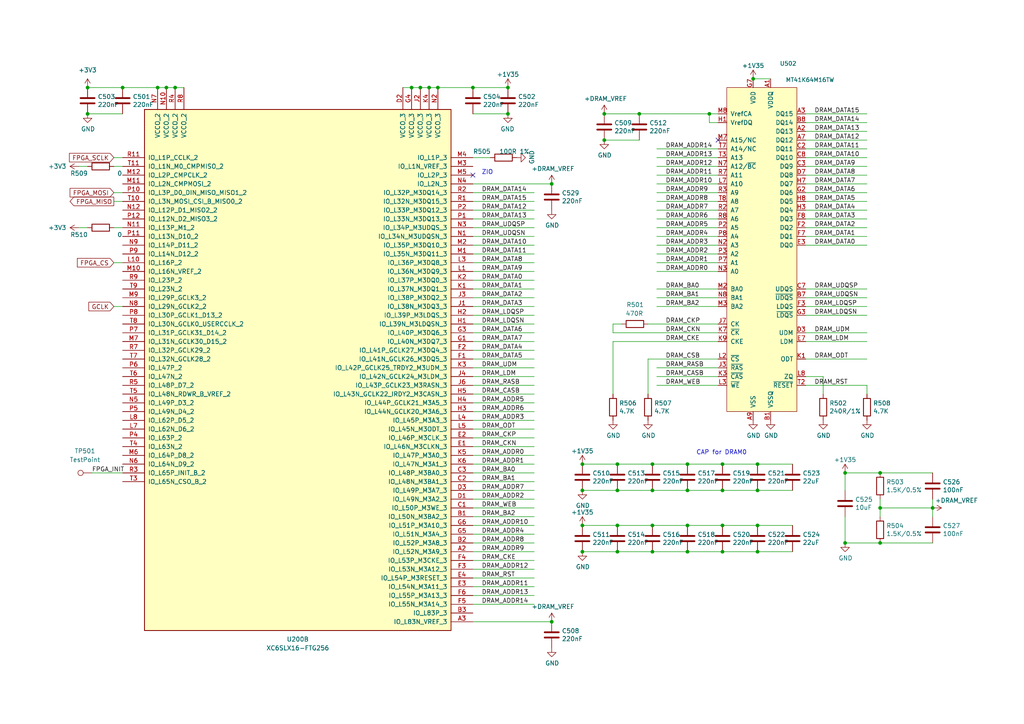
<source format=kicad_sch>
(kicad_sch (version 20211123) (generator eeschema)
  (paper "A4")
  (title_block (title "Caster EPDC") (date "2022-07-03") (rev "R0.4") (company "Copyright 2022 Modos / Engineer: Wenting Zhang"))
  (junction (at 119.38 25.4))
  (junction (at 270.51 147.32) (diameter 0.9144))
  (junction (at 179.07 142.24) (diameter 0.9144))
  (junction (at 175.26 40.64) (diameter 0.9144))
  (junction (at 189.23 134.62) (diameter 0.9144))
  (junction (at 209.55 160.02) (diameter 0.9144))
  (junction (at 218.44 22.86) (diameter 0.9144))
  (junction (at 209.55 142.24) (diameter 0.9144))
  (junction (at 199.39 142.24) (diameter 0.9144))
  (junction (at 168.91 142.24) (diameter 0.9144))
  (junction (at 35.56 25.4))
  (junction (at 50.8 25.4))
  (junction (at 199.39 160.02) (diameter 0.9144))
  (junction (at 209.55 134.62) (diameter 0.9144))
  (junction (at 255.27 157.48) (diameter 0.9144))
  (junction (at 127 25.4))
  (junction (at 168.91 160.02) (diameter 0.9144))
  (junction (at 168.91 134.62) (diameter 0.9144))
  (junction (at 45.72 25.4))
  (junction (at 219.71 134.62) (diameter 0.9144))
  (junction (at 48.26 25.4))
  (junction (at 175.26 33.02) (diameter 0.9144))
  (junction (at 255.27 137.16) (diameter 0.9144))
  (junction (at 189.23 160.02) (diameter 0.9144))
  (junction (at 245.11 137.16) (diameter 0.9144))
  (junction (at 25.4 25.4))
  (junction (at 137.16 25.4))
  (junction (at 199.39 134.62) (diameter 0.9144))
  (junction (at 219.71 142.24) (diameter 0.9144))
  (junction (at 219.71 152.4) (diameter 0.9144))
  (junction (at 147.32 33.02))
  (junction (at 147.32 25.4))
  (junction (at 25.4 33.02))
  (junction (at 160.02 53.34))
  (junction (at 179.07 160.02) (diameter 0.9144))
  (junction (at 179.07 134.62) (diameter 0.9144))
  (junction (at 189.23 142.24) (diameter 0.9144))
  (junction (at 124.46 25.4))
  (junction (at 245.11 157.48) (diameter 0.9144))
  (junction (at 179.07 152.4) (diameter 0.9144))
  (junction (at 205.74 33.02))
  (junction (at 168.91 152.4) (diameter 0.9144))
  (junction (at 121.92 25.4))
  (junction (at 219.71 160.02) (diameter 0.9144))
  (junction (at 160.02 180.34))
  (junction (at 185.42 33.02) (diameter 0.9144))
  (junction (at 189.23 152.4) (diameter 0.9144))
  (junction (at 209.55 152.4) (diameter 0.9144))
  (junction (at 255.27 147.32) (diameter 0.9144))
  (junction (at 199.39 152.4) (diameter 0.9144))
  (no_connect (at 208.28 40.64))
  (no_connect (at 137.16 50.8))
  (wire (pts (xy 219.71 134.62) (xy 209.55 134.62)))
  (wire (pts (xy 154.94 160.02) (xy 137.16 160.02)))
  (wire (pts (xy 154.94 73.66) (xy 137.16 73.66)))
  (wire (pts (xy 137.16 71.12) (xy 154.94 71.12)))
  (wire (pts (xy 137.16 180.34) (xy 160.02 180.34)))
  (wire (pts (xy 245.11 137.16) (xy 245.11 142.24)))
  (wire (pts (xy 251.46 88.9) (xy 233.68 88.9)))
  (wire (pts (xy 177.8 99.06) (xy 208.28 99.06)))
  (wire (pts (xy 251.46 33.02) (xy 233.68 33.02)))
  (wire (pts (xy 179.07 152.4) (xy 168.91 152.4)))
  (wire (pts (xy 154.94 132.08) (xy 137.16 132.08)))
  (wire (pts (xy 270.51 147.32) (xy 270.51 149.86)))
  (wire (pts (xy 270.51 157.48) (xy 255.27 157.48)))
  (wire (pts (xy 233.68 35.56) (xy 251.46 35.56)))
  (wire (pts (xy 137.16 152.4) (xy 154.94 152.4)))
  (wire (pts (xy 154.94 101.6) (xy 137.16 101.6)))
  (wire (pts (xy 233.68 111.76) (xy 251.46 111.76)))
  (wire (pts (xy 251.46 60.96) (xy 233.68 60.96)))
  (wire (pts (xy 190.5 109.22) (xy 208.28 109.22)))
  (wire (pts (xy 190.5 88.9) (xy 208.28 88.9)))
  (wire (pts (xy 190.5 58.42) (xy 208.28 58.42)))
  (wire (pts (xy 233.68 99.06) (xy 251.46 99.06)))
  (wire (pts (xy 208.28 71.12) (xy 190.5 71.12)))
  (wire (pts (xy 137.16 55.88) (xy 154.94 55.88)))
  (wire (pts (xy 33.02 66.04) (xy 35.56 66.04)))
  (wire (pts (xy 229.87 142.24) (xy 219.71 142.24)))
  (wire (pts (xy 154.94 116.84) (xy 137.16 116.84)))
  (wire (pts (xy 190.5 76.2) (xy 208.28 76.2)))
  (wire (pts (xy 190.5 45.72) (xy 208.28 45.72)))
  (wire (pts (xy 137.16 124.46) (xy 154.94 124.46)))
  (wire (pts (xy 209.55 152.4) (xy 199.39 152.4)))
  (wire (pts (xy 208.28 55.88) (xy 190.5 55.88)))
  (wire (pts (xy 233.68 38.1) (xy 251.46 38.1)))
  (wire (pts (xy 190.5 111.76) (xy 208.28 111.76)))
  (wire (pts (xy 208.28 66.04) (xy 190.5 66.04)))
  (wire (pts (xy 179.07 160.02) (xy 168.91 160.02)))
  (wire (pts (xy 229.87 134.62) (xy 219.71 134.62)))
  (wire (pts (xy 154.94 106.68) (xy 137.16 106.68)))
  (wire (pts (xy 177.8 114.3) (xy 177.8 99.06)))
  (wire (pts (xy 35.56 25.4) (xy 45.72 25.4)))
  (wire (pts (xy 45.72 25.4) (xy 48.26 25.4)))
  (wire (pts (xy 48.26 25.4) (xy 50.8 25.4)))
  (wire (pts (xy 50.8 25.4) (xy 53.34 25.4)))
  (wire (pts (xy 25.4 25.4) (xy 35.56 25.4)))
  (wire (pts (xy 154.94 162.56) (xy 137.16 162.56)))
  (wire (pts (xy 233.68 50.8) (xy 251.46 50.8)))
  (wire (pts (xy 179.07 152.4) (xy 189.23 152.4)))
  (wire (pts (xy 137.16 127) (xy 154.94 127)))
  (wire (pts (xy 154.94 114.3) (xy 137.16 114.3)))
  (wire (pts (xy 137.16 170.18) (xy 154.94 170.18)))
  (wire (pts (xy 26.67 137.16) (xy 35.56 137.16)))
  (wire (pts (xy 175.26 33.02) (xy 185.42 33.02)))
  (wire (pts (xy 205.74 33.02) (xy 208.28 33.02)))
  (wire (pts (xy 219.71 160.02) (xy 209.55 160.02)))
  (wire (pts (xy 137.16 58.42) (xy 154.94 58.42)))
  (wire (pts (xy 154.94 175.26) (xy 137.16 175.26)))
  (wire (pts (xy 219.71 142.24) (xy 209.55 142.24)))
  (wire (pts (xy 154.94 66.04) (xy 137.16 66.04)))
  (wire (pts (xy 179.07 134.62) (xy 168.91 134.62)))
  (wire (pts (xy 154.94 93.98) (xy 137.16 93.98)))
  (wire (pts (xy 190.5 106.68) (xy 208.28 106.68)))
  (wire (pts (xy 233.68 109.22) (xy 238.76 109.22)))
  (wire (pts (xy 255.27 157.48) (xy 245.11 157.48)))
  (wire (pts (xy 154.94 91.44) (xy 137.16 91.44)))
  (wire (pts (xy 179.07 134.62) (xy 189.23 134.62)))
  (wire (pts (xy 137.16 83.82) (xy 154.94 83.82)))
  (wire (pts (xy 154.94 137.16) (xy 137.16 137.16)))
  (wire (pts (xy 137.16 129.54) (xy 154.94 129.54)))
  (wire (pts (xy 137.16 134.62) (xy 154.94 134.62)))
  (wire (pts (xy 233.68 40.64) (xy 251.46 40.64)))
  (wire (pts (xy 25.4 33.02) (xy 35.56 33.02)))
  (wire (pts (xy 33.02 45.72) (xy 35.56 45.72)))
  (wire (pts (xy 255.27 147.32) (xy 270.51 147.32)))
  (wire (pts (xy 251.46 58.42) (xy 233.68 58.42)))
  (wire (pts (xy 209.55 134.62) (xy 199.39 134.62)))
  (wire (pts (xy 229.87 160.02) (xy 219.71 160.02)))
  (wire (pts (xy 33.02 58.42) (xy 35.56 58.42)))
  (wire (pts (xy 208.28 50.8) (xy 190.5 50.8)))
  (wire (pts (xy 179.07 142.24) (xy 189.23 142.24)))
  (wire (pts (xy 137.16 33.02) (xy 147.32 33.02)))
  (wire (pts (xy 190.5 63.5) (xy 208.28 63.5)))
  (wire (pts (xy 137.16 111.76) (xy 154.94 111.76)))
  (wire (pts (xy 189.23 134.62) (xy 199.39 134.62)))
  (wire (pts (xy 209.55 142.24) (xy 199.39 142.24)))
  (wire (pts (xy 154.94 149.86) (xy 137.16 149.86)))
  (wire (pts (xy 233.68 53.34) (xy 251.46 53.34)))
  (wire (pts (xy 137.16 167.64) (xy 154.94 167.64)))
  (wire (pts (xy 255.27 137.16) (xy 270.51 137.16)))
  (wire (pts (xy 251.46 86.36) (xy 233.68 86.36)))
  (wire (pts (xy 177.8 96.52) (xy 208.28 96.52)))
  (wire (pts (xy 270.51 144.78) (xy 270.51 147.32)))
  (wire (pts (xy 205.74 35.56) (xy 205.74 33.02)))
  (wire (pts (xy 190.5 60.96) (xy 208.28 60.96)))
  (wire (pts (xy 251.46 43.18) (xy 233.68 43.18)))
  (wire (pts (xy 154.94 76.2) (xy 137.16 76.2)))
  (wire (pts (xy 233.68 66.04) (xy 251.46 66.04)))
  (wire (pts (xy 137.16 154.94) (xy 154.94 154.94)))
  (wire (pts (xy 187.96 114.3) (xy 187.96 104.14)))
  (wire (pts (xy 251.46 111.76) (xy 251.46 114.3)))
  (wire (pts (xy 185.42 33.02) (xy 205.74 33.02)))
  (wire (pts (xy 154.94 96.52) (xy 137.16 96.52)))
  (wire (pts (xy 189.23 152.4) (xy 199.39 152.4)))
  (wire (pts (xy 177.8 93.98) (xy 180.34 93.98)))
  (wire (pts (xy 177.8 96.52) (xy 177.8 93.98)))
  (wire (pts (xy 137.16 172.72) (xy 154.94 172.72)))
  (wire (pts (xy 251.46 104.14) (xy 233.68 104.14)))
  (wire (pts (xy 137.16 119.38) (xy 154.94 119.38)))
  (wire (pts (xy 179.07 160.02) (xy 189.23 160.02)))
  (wire (pts (xy 137.16 165.1) (xy 154.94 165.1)))
  (wire (pts (xy 22.86 66.04) (xy 25.4 66.04)))
  (wire (pts (xy 137.16 144.78) (xy 154.94 144.78)))
  (wire (pts (xy 137.16 60.96) (xy 154.94 60.96)))
  (wire (pts (xy 33.02 55.88) (xy 35.56 55.88)))
  (wire (pts (xy 33.02 88.9) (xy 35.56 88.9)))
  (wire (pts (xy 137.16 86.36) (xy 154.94 86.36)))
  (wire (pts (xy 251.46 63.5) (xy 233.68 63.5)))
  (wire (pts (xy 251.46 48.26) (xy 233.68 48.26)))
  (wire (pts (xy 208.28 68.58) (xy 190.5 68.58)))
  (wire (pts (xy 208.28 53.34) (xy 190.5 53.34)))
  (wire (pts (xy 154.94 139.7) (xy 137.16 139.7)))
  (wire (pts (xy 233.68 55.88) (xy 251.46 55.88)))
  (wire (pts (xy 229.87 152.4) (xy 219.71 152.4)))
  (wire (pts (xy 251.46 45.72) (xy 233.68 45.72)))
  (wire (pts (xy 209.55 160.02) (xy 199.39 160.02)))
  (wire (pts (xy 233.68 96.52) (xy 251.46 96.52)))
  (wire (pts (xy 245.11 137.16) (xy 255.27 137.16)))
  (wire (pts (xy 137.16 109.22) (xy 154.94 109.22)))
  (wire (pts (xy 154.94 121.92) (xy 137.16 121.92)))
  (wire (pts (xy 255.27 147.32) (xy 255.27 149.86)))
  (wire (pts (xy 199.39 160.02) (xy 189.23 160.02)))
  (wire (pts (xy 137.16 53.34) (xy 160.02 53.34)))
  (wire (pts (xy 199.39 142.24) (xy 189.23 142.24)))
  (wire (pts (xy 154.94 68.58) (xy 137.16 68.58)))
  (wire (pts (xy 233.68 68.58) (xy 251.46 68.58)))
  (wire (pts (xy 33.02 48.26) (xy 35.56 48.26)))
  (wire (pts (xy 190.5 78.74) (xy 208.28 78.74)))
  (wire (pts (xy 190.5 86.36) (xy 208.28 86.36)))
  (wire (pts (xy 208.28 35.56) (xy 205.74 35.56)))
  (wire (pts (xy 208.28 48.26) (xy 190.5 48.26)))
  (wire (pts (xy 190.5 83.82) (xy 208.28 83.82)))
  (wire (pts (xy 22.86 48.26) (xy 25.4 48.26)))
  (wire (pts (xy 137.16 99.06) (xy 154.94 99.06)))
  (wire (pts (xy 154.94 147.32) (xy 137.16 147.32)))
  (wire (pts (xy 137.16 78.74) (xy 154.94 78.74)))
  (wire (pts (xy 255.27 144.78) (xy 255.27 147.32)))
  (wire (pts (xy 33.02 76.2) (xy 35.56 76.2)))
  (wire (pts (xy 187.96 104.14) (xy 208.28 104.14)))
  (wire (pts (xy 233.68 71.12) (xy 251.46 71.12)))
  (wire (pts (xy 190.5 73.66) (xy 208.28 73.66)))
  (wire (pts (xy 219.71 152.4) (xy 209.55 152.4)))
  (wire (pts (xy 190.5 43.18) (xy 208.28 43.18)))
  (wire (pts (xy 251.46 83.82) (xy 233.68 83.82)))
  (wire (pts (xy 154.94 157.48) (xy 137.16 157.48)))
  (wire (pts (xy 154.94 142.24) (xy 137.16 142.24)))
  (wire (pts (xy 154.94 63.5) (xy 137.16 63.5)))
  (wire (pts (xy 127 25.4) (xy 124.46 25.4)))
  (wire (pts (xy 137.16 25.4) (xy 127 25.4)))
  (wire (pts (xy 119.38 25.4) (xy 116.84 25.4)))
  (wire (pts (xy 121.92 25.4) (xy 119.38 25.4)))
  (wire (pts (xy 124.46 25.4) (xy 121.92 25.4)))
  (wire (pts (xy 147.32 25.4) (xy 137.16 25.4)))
  (wire (pts (xy 137.16 104.14) (xy 154.94 104.14)))
  (wire (pts (xy 137.16 45.72) (xy 142.24 45.72)))
  (wire (pts (xy 218.44 22.86) (xy 223.52 22.86)))
  (wire (pts (xy 245.11 149.86) (xy 245.11 157.48)))
  (wire (pts (xy 187.96 93.98) (xy 208.28 93.98)))
  (wire (pts (xy 238.76 109.22) (xy 238.76 114.3)))
  (wire (pts (xy 154.94 88.9) (xy 137.16 88.9)))
  (wire (pts (xy 185.42 40.64) (xy 175.26 40.64)))
  (wire (pts (xy 137.16 81.28) (xy 154.94 81.28)))
  (wire (pts (xy 251.46 91.44) (xy 233.68 91.44)))
  (wire (pts (xy 179.07 142.24) (xy 168.91 142.24)))
  (text "ZIO" (at 139.7 50.8 0) (effects (font (size 1.27 1.27)) (justify left bottom)))
  (text "CAP for DRAM0" (at 201.93 132.08 0) (effects (font (size 1.27 1.27)) (justify left bottom)))
  (label "DRAM_DATA3" (at 236.22 63.5 0))
  (label "DRAM_ADDR2" (at 139.7 144.78 0))
  (label "DRAM_UDQSN" (at 236.22 86.36 0))
  (label "DRAM_LDM" (at 236.22 99.06 0))
  (label "DRAM_ADDR9" (at 193.04 55.88 0))
  (label "DRAM_ADDR13" (at 139.7 172.72 0))
  (label "DRAM_DATA11" (at 236.22 43.18 0))
  (label "DRAM_CKE" (at 193.04 99.06 0))
  (label "DRAM_WEB" (at 139.7 147.32 0))
  (label "DRAM_LDM" (at 139.7 109.22 0))
  (label "DRAM_DATA3" (at 139.7 88.9 0))
  (label "DRAM_DATA7" (at 236.22 53.34 0))
  (label "DRAM_WEB" (at 193.04 111.76 0))
  (label "DRAM_RASB" (at 139.7 111.76 0))
  (label "DRAM_ADDR6" (at 193.04 63.5 0))
  (label "DRAM_DATA0" (at 236.22 71.12 0))
  (label "DRAM_DATA10" (at 236.22 45.72 0))
  (label "DRAM_ADDR10" (at 139.7 152.4 0))
  (label "DRAM_ADDR11" (at 193.04 50.8 0))
  (label "DRAM_BA1" (at 193.04 86.36 0))
  (label "DRAM_ADDR2" (at 193.04 73.66 0))
  (label "DRAM_LDQSP" (at 139.7 91.44 0))
  (label "DRAM_ADDR8" (at 139.7 157.48 0))
  (label "DRAM_LDQSP" (at 236.22 88.9 0))
  (label "DRAM_ADDR14" (at 193.04 43.18 0))
  (label "DRAM_CASB" (at 193.04 109.22 0))
  (label "DRAM_RST" (at 139.7 167.64 0))
  (label "DRAM_BA2" (at 193.04 88.9 0))
  (label "DRAM_DATA15" (at 236.22 33.02 0))
  (label "DRAM_DATA2" (at 236.22 66.04 0))
  (label "DRAM_BA2" (at 139.7 149.86 0))
  (label "DRAM_UDM" (at 236.22 96.52 0))
  (label "DRAM_DATA9" (at 236.22 48.26 0))
  (label "DRAM_DATA15" (at 139.7 58.42 0))
  (label "DRAM_BA0" (at 139.7 137.16 0))
  (label "DRAM_CASB" (at 139.7 114.3 0))
  (label "DRAM_ADDR1" (at 193.04 76.2 0))
  (label "DRAM_ODT" (at 236.22 104.14 0))
  (label "DRAM_DATA6" (at 236.22 55.88 0))
  (label "DRAM_DATA5" (at 139.7 104.14 0))
  (label "DRAM_DATA9" (at 139.7 78.74 0))
  (label "DRAM_DATA1" (at 236.22 68.58 0))
  (label "DRAM_UDM" (at 139.7 106.68 0))
  (label "DRAM_ADDR7" (at 193.04 60.96 0))
  (label "DRAM_RST" (at 236.22 111.76 0))
  (label "DRAM_DATA13" (at 236.22 38.1 0))
  (label "DRAM_DATA12" (at 236.22 40.64 0))
  (label "DRAM_CKN" (at 139.7 129.54 0))
  (label "DRAM_ADDR7" (at 139.7 142.24 0))
  (label "DRAM_ADDR6" (at 139.7 119.38 0))
  (label "FPGA_INIT" (at 26.67 137.16 0))
  (label "DRAM_UDQSN" (at 139.7 68.58 0))
  (label "DRAM_ADDR9" (at 139.7 160.02 0))
  (label "DRAM_DATA6" (at 139.7 96.52 0))
  (label "DRAM_ADDR14" (at 139.7 175.26 0))
  (label "DRAM_LDQSN" (at 236.22 91.44 0))
  (label "DRAM_ADDR8" (at 193.04 58.42 0))
  (label "DRAM_DATA14" (at 236.22 35.56 0))
  (label "DRAM_ADDR5" (at 139.7 116.84 0))
  (label "DRAM_ADDR3" (at 193.04 71.12 0))
  (label "DRAM_DATA14" (at 139.7 55.88 0))
  (label "DRAM_CSB" (at 193.04 104.14 0))
  (label "DRAM_DATA1" (at 139.7 83.82 0))
  (label "DRAM_DATA4" (at 139.7 101.6 0))
  (label "DRAM_BA1" (at 139.7 139.7 0))
  (label "DRAM_DATA5" (at 236.22 58.42 0))
  (label "DRAM_DATA4" (at 236.22 60.96 0))
  (label "DRAM_ADDR5" (at 193.04 66.04 0))
  (label "DRAM_RASB" (at 193.04 106.68 0))
  (label "DRAM_DATA13" (at 139.7 63.5 0))
  (label "DRAM_ADDR0" (at 139.7 132.08 0))
  (label "DRAM_ADDR1" (at 139.7 134.62 0))
  (label "DRAM_UDQSP" (at 236.22 83.82 0))
  (label "DRAM_ODT" (at 139.7 124.46 0))
  (label "DRAM_CKN" (at 193.04 96.52 0))
  (label "DRAM_ADDR10" (at 193.04 53.34 0))
  (label "DRAM_DATA8" (at 236.22 50.8 0))
  (label "DRAM_ADDR4" (at 193.04 68.58 0))
  (label "DRAM_BA0" (at 193.04 83.82 0))
  (label "DRAM_DATA12" (at 139.7 60.96 0))
  (label "DRAM_CKE" (at 139.7 162.56 0))
  (label "DRAM_UDQSP" (at 139.7 66.04 0))
  (label "DRAM_LDQSN" (at 139.7 93.98 0))
  (label "DRAM_DATA10" (at 139.7 71.12 0))
  (label "DRAM_ADDR13" (at 193.04 45.72 0))
  (label "DRAM_ADDR4" (at 139.7 154.94 0))
  (label "DRAM_CKP" (at 193.04 93.98 0))
  (label "DRAM_ADDR0" (at 193.04 78.74 0))
  (label "DRAM_ADDR3" (at 139.7 121.92 0))
  (label "DRAM_DATA11" (at 139.7 73.66 0))
  (label "DRAM_DATA0" (at 139.7 81.28 0))
  (label "DRAM_ADDR12" (at 193.04 48.26 0))
  (label "DRAM_ADDR12" (at 139.7 165.1 0))
  (label "DRAM_DATA8" (at 139.7 76.2 0))
  (label "DRAM_DATA7" (at 139.7 99.06 0))
  (label "DRAM_CKP" (at 139.7 127 0))
  (label "DRAM_DATA2" (at 139.7 86.36 0))
  (label "DRAM_ADDR11" (at 139.7 170.18 0))
  (global_label "FPGA_MISO" (shape output) (at 33.02 58.42 180) (property "Intersheet References" "${INTERSHEET_REFS}" (effects hide)))
  (global_label "FPGA_SCLK" (shape input) (at 33.02 45.72 180) (property "Intersheet References" "${INTERSHEET_REFS}" (effects hide)))
  (global_label "GCLK" (shape input) (at 33.02 88.9 180) (property "Intersheet References" "${INTERSHEET_REFS}" (effects hide)))
  (global_label "FPGA_CS" (shape input) (at 33.02 76.2 180) (property "Intersheet References" "${INTERSHEET_REFS}" (effects hide)))
  (global_label "FPGA_MOSI" (shape input) (at 33.02 55.88 180) (property "Intersheet References" "${INTERSHEET_REFS}" (effects hide)))
  (symbol (lib_id "power:GND") (at 149.86 45.72 90) (unit 1)
    (property "Reference" "#PWR0520" (effects hide))
    (property "Value" "GND" (at 154.2542 45.593 0))
  )
  (symbol (lib_id "Device:C") (at 229.87 156.21 0) (unit 1)
    (property "Reference" "C524" (at 232.791 155.0416 0) (effects (justify left)))
    (property "Value" "22uF" (at 232.791 157.353 0) (effects (justify left)))
    (property "Footprint" "Capacitor_SMD:C_0603_1608Metric" (effects hide))
    (property "LCSC" "C94018" (effects hide))
    (property "Ref.Price" "0.0301" (effects hide))
  )
  (symbol (lib_id "Device:C") (at 35.56 29.21 0) (unit 1)
    (property "Reference" "C501" (at 38.481 28.0416 0) (effects (justify left)))
    (property "Value" "220nF" (at 38.481 30.353 0) (effects (justify left)))
    (property "Footprint" "Capacitor_SMD:C_0402_1005Metric" (effects hide))
    (property "LCSC" "C880414" (effects hide))
    (property "Ref.Price" "0.0036" (effects hide))
  )
  (symbol (lib_id "power:+1V35") (at 168.91 134.62 0) (unit 1)
    (property "Reference" "#PWR0509" (effects hide))
    (property "Value" "+1V35" (at 168.91 130.81 0))
  )
  (symbol (lib_id "Device:R") (at 184.15 93.98 90) (unit 1)
    (property "Reference" "R501" (at 186.7916 88.392 90) (effects (justify left)))
    (property "Value" "470R" (at 186.563 90.932 90) (effects (justify left)))
    (property "Footprint" "Resistor_SMD:R_0402_1005Metric" (effects hide))
    (property "LCSC" "C114877" (effects hide))
    (property "Ref.Price" "0.001" (effects hide))
  )
  (symbol (lib_id "power:+3V3") (at 25.4 25.4 0) (unit 1)
    (property "Reference" "#PWR0501" (effects hide))
    (property "Value" "+3V3" (at 25.4 20.32 0))
  )
  (symbol (lib_id "Device:C") (at 185.42 36.83 0) (unit 1)
    (property "Reference" "C512" (at 188.341 35.6616 0) (effects (justify left)))
    (property "Value" "220nF" (at 188.341 37.973 0) (effects (justify left)))
    (property "Footprint" "Capacitor_SMD:C_0402_1005Metric" (effects hide))
    (property "LCSC" "C880414" (effects hide))
    (property "Ref.Price" "0.0036" (effects hide))
  )
  (symbol (lib_id "Device:C") (at 168.91 156.21 0) (unit 1)
    (property "Reference" "C511" (at 171.831 155.0416 0) (effects (justify left)))
    (property "Value" "220nF" (at 171.831 157.353 0) (effects (justify left)))
    (property "Footprint" "Capacitor_SMD:C_0402_1005Metric" (effects hide))
    (property "LCSC" "C880414" (effects hide))
    (property "Ref.Price" "0.0036" (effects hide))
  )
  (symbol (lib_id "Device:C") (at 179.07 156.21 0) (unit 1)
    (property "Reference" "C514" (at 181.991 155.0416 0) (effects (justify left)))
    (property "Value" "220nF" (at 181.991 157.353 0) (effects (justify left)))
    (property "Footprint" "Capacitor_SMD:C_0402_1005Metric" (effects hide))
    (property "LCSC" "C880414" (effects hide))
    (property "Ref.Price" "0.0036" (effects hide))
  )
  (symbol (lib_id "power:+1V35") (at 147.32 25.4 0) (mirror y) (unit 1)
    (property "Reference" "#PWR0503" (effects hide))
    (property "Value" "+1V35" (at 147.32 21.59 0))
  )
  (symbol (lib_id "Device:R") (at 255.27 153.67 0) (unit 1)
    (property "Reference" "R504" (at 257.048 152.5016 0) (effects (justify left)))
    (property "Value" "1.5K/0.5%" (at 257.048 154.813 0) (effects (justify left)))
    (property "Footprint" "Resistor_SMD:R_0402_1005Metric" (effects hide))
    (property "LCSC" "C226693" (effects hide))
    (property "Ref.Price" "0.0025" (effects hide))
  )
  (symbol (lib_id "power:GND") (at 168.91 160.02 0) (unit 1)
    (property "Reference" "#PWR0512" (effects hide))
    (property "Value" "GND" (at 169.037 164.4142 0))
  )
  (symbol (lib_id "power:+3V3") (at 22.86 48.26 90) (unit 1)
    (property "Reference" "#PWR0142" (effects hide))
    (property "Value" "+3V3" (at 13.97 48.2599 90) (effects (justify right)))
  )
  (symbol (lib_id "Device:C") (at 270.51 140.97 0) (unit 1)
    (property "Reference" "C526" (at 273.431 139.8016 0) (effects (justify left)))
    (property "Value" "100nF" (at 273.431 142.113 0) (effects (justify left)))
    (property "Footprint" "Capacitor_SMD:C_0402_1005Metric" (effects hide))
    (property "LCSC" "C56392" (effects hide))
    (property "Ref.Price" "0.0023" (effects hide))
  )
  (symbol (lib_id "symbols:+DRAM_VREF") (at 160.02 180.34 0) (unit 1)
    (property "Reference" "#PWR0505" (effects hide))
    (property "Value" "+DRAM_VREF" (at 160.401 175.9458 0))
  )
  (symbol (lib_id "symbols:+DRAM_VREF") (at 160.02 53.34 0) (unit 1)
    (property "Reference" "#PWR0138" (effects hide))
    (property "Value" "+DRAM_VREF" (at 160.401 48.9458 0))
  )
  (symbol (lib_id "Device:R") (at 238.76 118.11 0) (unit 1)
    (property "Reference" "R502" (at 240.538 116.9416 0) (effects (justify left)))
    (property "Value" "240R/1%" (at 240.538 119.253 0) (effects (justify left)))
    (property "Footprint" "Resistor_SMD:R_0402_1005Metric" (effects hide))
    (property "LCSC" "C114755" (effects hide))
    (property "Ref.Price" "0.0009" (effects hide))
  )
  (symbol (lib_id "power:GND") (at 160.02 187.96 0) (unit 1)
    (property "Reference" "#PWR0506" (effects hide))
    (property "Value" "GND" (at 160.147 192.3542 0))
  )
  (symbol (lib_id "power:GND") (at 245.11 157.48 0) (unit 1)
    (property "Reference" "#PWR0518" (effects hide))
    (property "Value" "GND" (at 245.237 161.8742 0))
  )
  (symbol (lib_id "symbols:MT41K256M16HA") (at 220.98 22.86 0) (unit 1)
    (property "Reference" "U502" (at 228.6 18.415 0) (effects (font (size 1.1938 1.1938))))
    (property "Value" "MT41K64M16TW" (at 234.95 23.1648 0) (effects (font (size 1.1938 1.1938))))
    (property "Footprint" "footprints:BGA-96_9.0x14.0mm_P0.8mm" (effects hide))
    (property "LCSC" "C524855" (effects hide))
    (property "Ref.Price" "3.2405" (effects hide))
  )
  (symbol (lib_id "power:GND") (at 223.52 121.92 0) (unit 1)
    (property "Reference" "#PWR0515" (effects hide))
    (property "Value" "GND" (at 223.647 126.3142 0))
  )
  (symbol (lib_id "power:GND") (at 187.96 121.92 0) (unit 1)
    (property "Reference" "#PWR0522" (effects hide))
    (property "Value" "GND" (at 188.087 126.3142 0))
  )
  (symbol (lib_id "Device:R") (at 29.21 48.26 90) (unit 1)
    (property "Reference" "R509" (at 25.5016 50.292 90) (effects (justify left)))
    (property "Value" "0" (at 35.433 50.292 90) (effects (justify left)))
    (property "Footprint" "Resistor_SMD:R_0402_1005Metric" (effects hide))
    (property "LCSC" "C105870" (effects hide))
    (property "Ref.Price" "0.0006" (effects hide))
  )
  (symbol (lib_id "Device:C") (at 147.32 29.21 0) (unit 1)
    (property "Reference" "C502" (at 150.241 28.0416 0) (effects (justify left)))
    (property "Value" "220nF" (at 150.241 30.353 0) (effects (justify left)))
    (property "Footprint" "Capacitor_SMD:C_0402_1005Metric" (effects hide))
    (property "LCSC" "C880414" (effects hide))
    (property "Ref.Price" "0.0036" (effects hide))
  )
  (symbol (lib_id "Device:C") (at 168.91 138.43 0) (unit 1)
    (property "Reference" "C510" (at 171.831 137.2616 0) (effects (justify left)))
    (property "Value" "220nF" (at 171.831 139.573 0) (effects (justify left)))
    (property "Footprint" "Capacitor_SMD:C_0402_1005Metric" (effects hide))
    (property "LCSC" "C880414" (effects hide))
    (property "Ref.Price" "0.0036" (effects hide))
  )
  (symbol (lib_id "Device:C") (at 160.02 57.15 0) (unit 1)
    (property "Reference" "C529" (at 162.941 55.9816 0) (effects (justify left)))
    (property "Value" "220nF" (at 162.941 58.293 0) (effects (justify left)))
    (property "Footprint" "Capacitor_SMD:C_0402_1005Metric" (effects hide))
    (property "LCSC" "C880414" (effects hide))
    (property "Ref.Price" "0.0036" (effects hide))
  )
  (symbol (lib_id "Device:R") (at 29.21 66.04 90) (unit 1)
    (property "Reference" "R510" (at 25.5016 68.072 90) (effects (justify left)))
    (property "Value" "0" (at 35.433 68.072 90) (effects (justify left)))
    (property "Footprint" "Resistor_SMD:R_0402_1005Metric" (effects hide))
    (property "LCSC" "C105870" (effects hide))
    (property "Ref.Price" "0.0006" (effects hide))
  )
  (symbol (lib_id "power:GND") (at 160.02 60.96 0) (unit 1)
    (property "Reference" "#PWR0139" (effects hide))
    (property "Value" "GND" (at 160.147 65.3542 0))
  )
  (symbol (lib_id "power:GND") (at 218.44 121.92 0) (unit 1)
    (property "Reference" "#PWR0514" (effects hide))
    (property "Value" "GND" (at 218.567 126.3142 0))
  )
  (symbol (lib_id "power:+1V35") (at 218.44 22.86 0) (unit 1)
    (property "Reference" "#PWR0513" (effects hide))
    (property "Value" "+1V35" (at 218.44 19.05 0))
  )
  (symbol (lib_id "Device:C") (at 175.26 36.83 0) (unit 1)
    (property "Reference" "C509" (at 178.181 35.6616 0) (effects (justify left)))
    (property "Value" "220nF" (at 178.181 37.973 0) (effects (justify left)))
    (property "Footprint" "Capacitor_SMD:C_0402_1005Metric" (effects hide))
    (property "LCSC" "C880414" (effects hide))
    (property "Ref.Price" "0.0036" (effects hide))
  )
  (symbol (lib_id "Device:C") (at 137.16 29.21 0) (unit 1)
    (property "Reference" "C504" (at 140.081 28.0416 0) (effects (justify left)))
    (property "Value" "220nF" (at 140.081 30.353 0) (effects (justify left)))
    (property "Footprint" "Capacitor_SMD:C_0402_1005Metric" (effects hide))
    (property "LCSC" "C880414" (effects hide))
    (property "Ref.Price" "0.0036" (effects hide))
  )
  (symbol (lib_id "Device:R") (at 146.05 45.72 90) (unit 1)
    (property "Reference" "R505" (at 142.3416 43.942 90) (effects (justify left)))
    (property "Value" "100R 1%" (at 153.543 43.942 90) (effects (justify left)))
    (property "Footprint" "Resistor_SMD:R_0402_1005Metric" (effects hide))
    (property "LCSC" "C106232" (effects hide))
    (property "Ref.Price" "0.0007" (effects hide))
  )
  (symbol (lib_id "Device:R") (at 177.8 118.11 0) (unit 1)
    (property "Reference" "R506" (at 179.578 116.9416 0) (effects (justify left)))
    (property "Value" "4.7K" (at 179.578 119.253 0) (effects (justify left)))
    (property "Footprint" "Resistor_SMD:R_0402_1005Metric" (effects hide))
    (property "LCSC" "C105870" (effects hide))
    (property "Ref.Price" "0.0006" (effects hide))
  )
  (symbol (lib_id "Device:C") (at 25.4 29.21 0) (unit 1)
    (property "Reference" "C503" (at 28.321 28.0416 0) (effects (justify left)))
    (property "Value" "220nF" (at 28.321 30.353 0) (effects (justify left)))
    (property "Footprint" "Capacitor_SMD:C_0402_1005Metric" (effects hide))
    (property "LCSC" "C880414" (effects hide))
    (property "Ref.Price" "0.0036" (effects hide))
  )
  (symbol (lib_id "power:+1V35") (at 168.91 152.4 0) (unit 1)
    (property "Reference" "#PWR0511" (effects hide))
    (property "Value" "+1V35" (at 168.91 148.59 0))
  )
  (symbol (lib_id "Device:C") (at 219.71 156.21 0) (unit 1)
    (property "Reference" "C522" (at 222.631 155.0416 0) (effects (justify left)))
    (property "Value" "220nF" (at 222.631 157.353 0) (effects (justify left)))
    (property "Footprint" "Capacitor_SMD:C_0402_1005Metric" (effects hide))
    (property "LCSC" "C880414" (effects hide))
    (property "Ref.Price" "0.0036" (effects hide))
  )
  (symbol (lib_id "power:GND") (at 251.46 121.92 0) (unit 1)
    (property "Reference" "#PWR0523" (effects hide))
    (property "Value" "GND" (at 251.587 126.3142 0))
  )
  (symbol (lib_id "power:GND") (at 147.32 33.02 0) (mirror y) (unit 1)
    (property "Reference" "#PWR0504" (effects hide))
    (property "Value" "GND" (at 147.193 37.4142 0))
  )
  (symbol (lib_id "Device:C") (at 209.55 156.21 0) (unit 1)
    (property "Reference" "C520" (at 212.471 155.0416 0) (effects (justify left)))
    (property "Value" "220nF" (at 212.471 157.353 0) (effects (justify left)))
    (property "Footprint" "Capacitor_SMD:C_0402_1005Metric" (effects hide))
    (property "LCSC" "C880414" (effects hide))
    (property "Ref.Price" "0.0036" (effects hide))
  )
  (symbol (lib_id "Device:C") (at 160.02 184.15 0) (unit 1)
    (property "Reference" "C508" (at 162.941 182.9816 0) (effects (justify left)))
    (property "Value" "220nF" (at 162.941 185.293 0) (effects (justify left)))
    (property "Footprint" "Capacitor_SMD:C_0402_1005Metric" (effects hide))
    (property "LCSC" "C880414" (effects hide))
    (property "Ref.Price" "0.0036" (effects hide))
  )
  (symbol (lib_id "Device:C") (at 229.87 138.43 0) (unit 1)
    (property "Reference" "C523" (at 232.791 137.2616 0) (effects (justify left)))
    (property "Value" "22uF" (at 232.791 139.573 0) (effects (justify left)))
    (property "Footprint" "Capacitor_SMD:C_0603_1608Metric" (effects hide))
    (property "LCSC" "C94018" (effects hide))
    (property "Ref.Price" "0.0301" (effects hide))
  )
  (symbol (lib_id "power:GND") (at 168.91 142.24 0) (unit 1)
    (property "Reference" "#PWR0510" (effects hide))
    (property "Value" "GND" (at 169.037 146.6342 0))
  )
  (symbol (lib_id "Device:C") (at 179.07 138.43 0) (unit 1)
    (property "Reference" "C513" (at 181.991 137.2616 0) (effects (justify left)))
    (property "Value" "220nF" (at 181.991 139.573 0) (effects (justify left)))
    (property "Footprint" "Capacitor_SMD:C_0402_1005Metric" (effects hide))
    (property "LCSC" "C880414" (effects hide))
    (property "Ref.Price" "0.0036" (effects hide))
  )
  (symbol (lib_id "power:GND") (at 25.4 33.02 0) (unit 1)
    (property "Reference" "#PWR0502" (effects hide))
    (property "Value" "GND" (at 25.527 37.4142 0))
  )
  (symbol (lib_id "Device:C") (at 199.39 138.43 0) (unit 1)
    (property "Reference" "C517" (at 202.311 137.2616 0) (effects (justify left)))
    (property "Value" "220nF" (at 202.311 139.573 0) (effects (justify left)))
    (property "Footprint" "Capacitor_SMD:C_0402_1005Metric" (effects hide))
    (property "LCSC" "C880414" (effects hide))
    (property "Ref.Price" "0.0036" (effects hide))
  )
  (symbol (lib_id "Device:C") (at 209.55 138.43 0) (unit 1)
    (property "Reference" "C519" (at 212.471 137.2616 0) (effects (justify left)))
    (property "Value" "220nF" (at 212.471 139.573 0) (effects (justify left)))
    (property "Footprint" "Capacitor_SMD:C_0402_1005Metric" (effects hide))
    (property "LCSC" "C880414" (effects hide))
    (property "Ref.Price" "0.0036" (effects hide))
  )
  (symbol (lib_id "power:+3V3") (at 22.86 66.04 90) (unit 1)
    (property "Reference" "#PWR0131" (effects hide))
    (property "Value" "+3V3" (at 13.97 66.0399 90) (effects (justify right)))
  )
  (symbol (lib_id "power:GND") (at 175.26 40.64 0) (unit 1)
    (property "Reference" "#PWR0508" (effects hide))
    (property "Value" "GND" (at 175.387 45.0342 0))
  )
  (symbol (lib_id "Device:C") (at 199.39 156.21 0) (unit 1)
    (property "Reference" "C518" (at 202.311 155.0416 0) (effects (justify left)))
    (property "Value" "220nF" (at 202.311 157.353 0) (effects (justify left)))
    (property "Footprint" "Capacitor_SMD:C_0402_1005Metric" (effects hide))
    (property "LCSC" "C880414" (effects hide))
    (property "Ref.Price" "0.0036" (effects hide))
  )
  (symbol (lib_id "Connector:TestPoint") (at 26.67 137.16 90) (unit 1)
    (property "Reference" "TP501" (at 24.638 130.81 90))
    (property "Value" "TestPoint" (at 24.638 133.35 90))
    (property "Footprint" "TestPoint:TestPoint_Pad_D1.0mm" (effects hide))
    (property "LCSC" "-" (effects hide))
    (property "Ref.Price" "0" (effects hide))
  )
  (symbol (lib_id "Device:C") (at 245.11 146.05 0) (unit 1)
    (property "Reference" "C525" (at 248.031 144.8816 0) (effects (justify left)))
    (property "Value" "10uF" (at 248.031 147.193 0) (effects (justify left)))
    (property "Footprint" "Capacitor_SMD:C_0603_1608Metric" (effects hide))
    (property "LCSC" "C105490" (effects hide))
    (property "Ref.Price" "0.0165" (effects hide))
  )
  (symbol (lib_id "Device:R") (at 187.96 118.11 0) (unit 1)
    (property "Reference" "R507" (at 189.738 116.9416 0) (effects (justify left)))
    (property "Value" "4.7K" (at 189.738 119.253 0) (effects (justify left)))
    (property "Footprint" "Resistor_SMD:R_0402_1005Metric" (effects hide))
    (property "LCSC" "C105870" (effects hide))
    (property "Ref.Price" "0.0006" (effects hide))
  )
  (symbol (lib_id "Device:C") (at 270.51 153.67 0) (unit 1)
    (property "Reference" "C527" (at 273.431 152.5016 0) (effects (justify left)))
    (property "Value" "100nF" (at 273.431 154.813 0) (effects (justify left)))
    (property "Footprint" "Capacitor_SMD:C_0402_1005Metric" (effects hide))
    (property "LCSC" "C56392" (effects hide))
    (property "Ref.Price" "0.0023" (effects hide))
  )
  (symbol (lib_id "Device:C") (at 219.71 138.43 0) (unit 1)
    (property "Reference" "C521" (at 222.631 137.2616 0) (effects (justify left)))
    (property "Value" "220nF" (at 222.631 139.573 0) (effects (justify left)))
    (property "Footprint" "Capacitor_SMD:C_0402_1005Metric" (effects hide))
    (property "LCSC" "C880414" (effects hide))
    (property "Ref.Price" "0.0036" (effects hide))
  )
  (symbol (lib_id "symbols:+DRAM_VREF") (at 270.51 147.32 270) (unit 1)
    (property "Reference" "#PWR0519" (effects hide))
    (property "Value" "+DRAM_VREF" (at 277.4442 145.161 90))
  )
  (symbol (lib_id "Device:R") (at 251.46 118.11 0) (unit 1)
    (property "Reference" "R508" (at 253.238 116.9416 0) (effects (justify left)))
    (property "Value" "4.7K" (at 253.238 119.253 0) (effects (justify left)))
    (property "Footprint" "Resistor_SMD:R_0402_1005Metric" (effects hide))
    (property "LCSC" "C105870" (effects hide))
    (property "Ref.Price" "0.0006" (effects hide))
  )
  (symbol (lib_id "Device:R") (at 255.27 140.97 0) (unit 1)
    (property "Reference" "R503" (at 257.048 139.8016 0) (effects (justify left)))
    (property "Value" "1.5K/0.5%" (at 257.048 142.113 0) (effects (justify left)))
    (property "Footprint" "Resistor_SMD:R_0402_1005Metric" (effects hide))
    (property "LCSC" "C226693" (effects hide))
    (property "Ref.Price" "0.0025" (effects hide))
  )
  (symbol (lib_id "Device:C") (at 189.23 138.43 0) (unit 1)
    (property "Reference" "C515" (at 192.151 137.2616 0) (effects (justify left)))
    (property "Value" "220nF" (at 192.151 139.573 0) (effects (justify left)))
    (property "Footprint" "Capacitor_SMD:C_0402_1005Metric" (effects hide))
    (property "LCSC" "C880414" (effects hide))
    (property "Ref.Price" "0.0036" (effects hide))
  )
  (symbol (lib_id "power:+1V35") (at 245.11 137.16 0) (unit 1)
    (property "Reference" "#PWR0517" (effects hide))
    (property "Value" "+1V35" (at 245.11 133.35 0))
  )
  (symbol (lib_id "FPGA_Xilinx_Spartan6:XC6SLX16-FTG256") (at 86.36 104.14 0) (unit 2)
    (property "Reference" "U200" (at 86.36 185.42 0))
    (property "Value" "XC6SLX16-FTG256" (at 86.36 187.96 0))
    (property "Footprint" "footprints:Xilinx_FTG256" (effects hide))
    (property "LCSC" "C39313" (effects hide))
    (property "Ref.Price" "7.4837" (effects hide))
  )
  (symbol (lib_id "power:GND") (at 238.76 121.92 0) (unit 1)
    (property "Reference" "#PWR0516" (effects hide))
    (property "Value" "GND" (at 238.887 126.3142 0))
  )
  (symbol (lib_id "power:GND") (at 177.8 121.92 0) (unit 1)
    (property "Reference" "#PWR0521" (effects hide))
    (property "Value" "GND" (at 177.927 126.3142 0))
  )
  (symbol (lib_id "Device:C") (at 189.23 156.21 0) (unit 1)
    (property "Reference" "C516" (at 192.151 155.0416 0) (effects (justify left)))
    (property "Value" "220nF" (at 192.151 157.353 0) (effects (justify left)))
    (property "Footprint" "Capacitor_SMD:C_0402_1005Metric" (effects hide))
    (property "LCSC" "C880414" (effects hide))
    (property "Ref.Price" "0.0036" (effects hide))
  )
  (symbol (lib_id "symbols:+DRAM_VREF") (at 175.26 33.02 0) (unit 1)
    (property "Reference" "#PWR0507" (effects hide))
    (property "Value" "+DRAM_VREF" (at 175.641 28.6258 0))
  )
)
</source>
